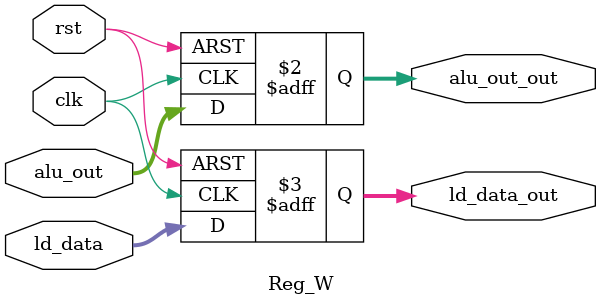
<source format=v>
module Reg_W(
    input clk,
	input rst,
    input [31:0] alu_out,
    input [31:0] ld_data,
    output reg [31:0] alu_out_out,
    output reg [31:0] ld_data_out
);
always@(posedge clk or posedge rst)
begin
if (rst)begin
alu_out_out <= 32'b0;
ld_data_out <= 32'b0;
end
else begin
alu_out_out <= alu_out;
ld_data_out <= ld_data;
end
end
endmodule

</source>
